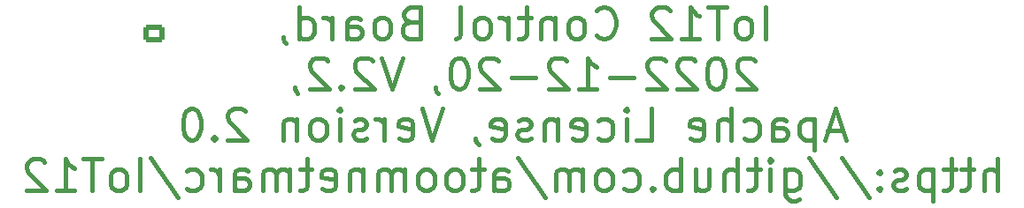
<source format=gbo>
G04 #@! TF.GenerationSoftware,KiCad,Pcbnew,7.0.2*
G04 #@! TF.CreationDate,2023-05-16T20:39:27+02:00*
G04 #@! TF.ProjectId,IoT12 Control Board,496f5431-3220-4436-9f6e-74726f6c2042,V2.2*
G04 #@! TF.SameCoordinates,Original*
G04 #@! TF.FileFunction,Legend,Bot*
G04 #@! TF.FilePolarity,Positive*
%FSLAX46Y46*%
G04 Gerber Fmt 4.6, Leading zero omitted, Abs format (unit mm)*
G04 Created by KiCad (PCBNEW 7.0.2) date 2023-05-16 20:39:27*
%MOMM*%
%LPD*%
G01*
G04 APERTURE LIST*
G04 Aperture macros list*
%AMRoundRect*
0 Rectangle with rounded corners*
0 $1 Rounding radius*
0 $2 $3 $4 $5 $6 $7 $8 $9 X,Y pos of 4 corners*
0 Add a 4 corners polygon primitive as box body*
4,1,4,$2,$3,$4,$5,$6,$7,$8,$9,$2,$3,0*
0 Add four circle primitives for the rounded corners*
1,1,$1+$1,$2,$3*
1,1,$1+$1,$4,$5*
1,1,$1+$1,$6,$7*
1,1,$1+$1,$8,$9*
0 Add four rect primitives between the rounded corners*
20,1,$1+$1,$2,$3,$4,$5,0*
20,1,$1+$1,$4,$5,$6,$7,0*
20,1,$1+$1,$6,$7,$8,$9,0*
20,1,$1+$1,$8,$9,$2,$3,0*%
G04 Aperture macros list end*
%ADD10C,0.450000*%
%ADD11C,1.524000*%
%ADD12C,0.800000*%
%ADD13C,6.400000*%
%ADD14R,1.700000X2.100000*%
%ADD15O,1.700000X2.100000*%
%ADD16RoundRect,0.250000X-0.725000X0.600000X-0.725000X-0.600000X0.725000X-0.600000X0.725000X0.600000X0*%
%ADD17O,1.950000X1.700000*%
%ADD18RoundRect,0.250000X-0.750000X0.600000X-0.750000X-0.600000X0.750000X-0.600000X0.750000X0.600000X0*%
%ADD19O,2.000000X1.700000*%
%ADD20RoundRect,0.250000X-0.600000X0.600000X-0.600000X-0.600000X0.600000X-0.600000X0.600000X0.600000X0*%
%ADD21C,1.700000*%
G04 APERTURE END LIST*
D10*
X170192857Y-98237857D02*
X170192857Y-95237857D01*
X168335714Y-98237857D02*
X168621429Y-98095000D01*
X168621429Y-98095000D02*
X168764286Y-97952142D01*
X168764286Y-97952142D02*
X168907143Y-97666428D01*
X168907143Y-97666428D02*
X168907143Y-96809285D01*
X168907143Y-96809285D02*
X168764286Y-96523571D01*
X168764286Y-96523571D02*
X168621429Y-96380714D01*
X168621429Y-96380714D02*
X168335714Y-96237857D01*
X168335714Y-96237857D02*
X167907143Y-96237857D01*
X167907143Y-96237857D02*
X167621429Y-96380714D01*
X167621429Y-96380714D02*
X167478572Y-96523571D01*
X167478572Y-96523571D02*
X167335714Y-96809285D01*
X167335714Y-96809285D02*
X167335714Y-97666428D01*
X167335714Y-97666428D02*
X167478572Y-97952142D01*
X167478572Y-97952142D02*
X167621429Y-98095000D01*
X167621429Y-98095000D02*
X167907143Y-98237857D01*
X167907143Y-98237857D02*
X168335714Y-98237857D01*
X166478571Y-95237857D02*
X164764286Y-95237857D01*
X165621428Y-98237857D02*
X165621428Y-95237857D01*
X162192857Y-98237857D02*
X163907143Y-98237857D01*
X163050000Y-98237857D02*
X163050000Y-95237857D01*
X163050000Y-95237857D02*
X163335714Y-95666428D01*
X163335714Y-95666428D02*
X163621429Y-95952142D01*
X163621429Y-95952142D02*
X163907143Y-96095000D01*
X161050000Y-95523571D02*
X160907143Y-95380714D01*
X160907143Y-95380714D02*
X160621429Y-95237857D01*
X160621429Y-95237857D02*
X159907143Y-95237857D01*
X159907143Y-95237857D02*
X159621429Y-95380714D01*
X159621429Y-95380714D02*
X159478571Y-95523571D01*
X159478571Y-95523571D02*
X159335714Y-95809285D01*
X159335714Y-95809285D02*
X159335714Y-96095000D01*
X159335714Y-96095000D02*
X159478571Y-96523571D01*
X159478571Y-96523571D02*
X161192857Y-98237857D01*
X161192857Y-98237857D02*
X159335714Y-98237857D01*
X154050000Y-97952142D02*
X154192857Y-98095000D01*
X154192857Y-98095000D02*
X154621429Y-98237857D01*
X154621429Y-98237857D02*
X154907143Y-98237857D01*
X154907143Y-98237857D02*
X155335714Y-98095000D01*
X155335714Y-98095000D02*
X155621429Y-97809285D01*
X155621429Y-97809285D02*
X155764286Y-97523571D01*
X155764286Y-97523571D02*
X155907143Y-96952142D01*
X155907143Y-96952142D02*
X155907143Y-96523571D01*
X155907143Y-96523571D02*
X155764286Y-95952142D01*
X155764286Y-95952142D02*
X155621429Y-95666428D01*
X155621429Y-95666428D02*
X155335714Y-95380714D01*
X155335714Y-95380714D02*
X154907143Y-95237857D01*
X154907143Y-95237857D02*
X154621429Y-95237857D01*
X154621429Y-95237857D02*
X154192857Y-95380714D01*
X154192857Y-95380714D02*
X154050000Y-95523571D01*
X152335714Y-98237857D02*
X152621429Y-98095000D01*
X152621429Y-98095000D02*
X152764286Y-97952142D01*
X152764286Y-97952142D02*
X152907143Y-97666428D01*
X152907143Y-97666428D02*
X152907143Y-96809285D01*
X152907143Y-96809285D02*
X152764286Y-96523571D01*
X152764286Y-96523571D02*
X152621429Y-96380714D01*
X152621429Y-96380714D02*
X152335714Y-96237857D01*
X152335714Y-96237857D02*
X151907143Y-96237857D01*
X151907143Y-96237857D02*
X151621429Y-96380714D01*
X151621429Y-96380714D02*
X151478572Y-96523571D01*
X151478572Y-96523571D02*
X151335714Y-96809285D01*
X151335714Y-96809285D02*
X151335714Y-97666428D01*
X151335714Y-97666428D02*
X151478572Y-97952142D01*
X151478572Y-97952142D02*
X151621429Y-98095000D01*
X151621429Y-98095000D02*
X151907143Y-98237857D01*
X151907143Y-98237857D02*
X152335714Y-98237857D01*
X150050000Y-96237857D02*
X150050000Y-98237857D01*
X150050000Y-96523571D02*
X149907143Y-96380714D01*
X149907143Y-96380714D02*
X149621428Y-96237857D01*
X149621428Y-96237857D02*
X149192857Y-96237857D01*
X149192857Y-96237857D02*
X148907143Y-96380714D01*
X148907143Y-96380714D02*
X148764286Y-96666428D01*
X148764286Y-96666428D02*
X148764286Y-98237857D01*
X147764285Y-96237857D02*
X146621428Y-96237857D01*
X147335714Y-95237857D02*
X147335714Y-97809285D01*
X147335714Y-97809285D02*
X147192857Y-98095000D01*
X147192857Y-98095000D02*
X146907142Y-98237857D01*
X146907142Y-98237857D02*
X146621428Y-98237857D01*
X145621428Y-98237857D02*
X145621428Y-96237857D01*
X145621428Y-96809285D02*
X145478571Y-96523571D01*
X145478571Y-96523571D02*
X145335714Y-96380714D01*
X145335714Y-96380714D02*
X145049999Y-96237857D01*
X145049999Y-96237857D02*
X144764285Y-96237857D01*
X143335713Y-98237857D02*
X143621428Y-98095000D01*
X143621428Y-98095000D02*
X143764285Y-97952142D01*
X143764285Y-97952142D02*
X143907142Y-97666428D01*
X143907142Y-97666428D02*
X143907142Y-96809285D01*
X143907142Y-96809285D02*
X143764285Y-96523571D01*
X143764285Y-96523571D02*
X143621428Y-96380714D01*
X143621428Y-96380714D02*
X143335713Y-96237857D01*
X143335713Y-96237857D02*
X142907142Y-96237857D01*
X142907142Y-96237857D02*
X142621428Y-96380714D01*
X142621428Y-96380714D02*
X142478571Y-96523571D01*
X142478571Y-96523571D02*
X142335713Y-96809285D01*
X142335713Y-96809285D02*
X142335713Y-97666428D01*
X142335713Y-97666428D02*
X142478571Y-97952142D01*
X142478571Y-97952142D02*
X142621428Y-98095000D01*
X142621428Y-98095000D02*
X142907142Y-98237857D01*
X142907142Y-98237857D02*
X143335713Y-98237857D01*
X140621427Y-98237857D02*
X140907142Y-98095000D01*
X140907142Y-98095000D02*
X141049999Y-97809285D01*
X141049999Y-97809285D02*
X141049999Y-95237857D01*
X136192856Y-96666428D02*
X135764284Y-96809285D01*
X135764284Y-96809285D02*
X135621427Y-96952142D01*
X135621427Y-96952142D02*
X135478570Y-97237857D01*
X135478570Y-97237857D02*
X135478570Y-97666428D01*
X135478570Y-97666428D02*
X135621427Y-97952142D01*
X135621427Y-97952142D02*
X135764284Y-98095000D01*
X135764284Y-98095000D02*
X136049999Y-98237857D01*
X136049999Y-98237857D02*
X137192856Y-98237857D01*
X137192856Y-98237857D02*
X137192856Y-95237857D01*
X137192856Y-95237857D02*
X136192856Y-95237857D01*
X136192856Y-95237857D02*
X135907142Y-95380714D01*
X135907142Y-95380714D02*
X135764284Y-95523571D01*
X135764284Y-95523571D02*
X135621427Y-95809285D01*
X135621427Y-95809285D02*
X135621427Y-96095000D01*
X135621427Y-96095000D02*
X135764284Y-96380714D01*
X135764284Y-96380714D02*
X135907142Y-96523571D01*
X135907142Y-96523571D02*
X136192856Y-96666428D01*
X136192856Y-96666428D02*
X137192856Y-96666428D01*
X133764284Y-98237857D02*
X134049999Y-98095000D01*
X134049999Y-98095000D02*
X134192856Y-97952142D01*
X134192856Y-97952142D02*
X134335713Y-97666428D01*
X134335713Y-97666428D02*
X134335713Y-96809285D01*
X134335713Y-96809285D02*
X134192856Y-96523571D01*
X134192856Y-96523571D02*
X134049999Y-96380714D01*
X134049999Y-96380714D02*
X133764284Y-96237857D01*
X133764284Y-96237857D02*
X133335713Y-96237857D01*
X133335713Y-96237857D02*
X133049999Y-96380714D01*
X133049999Y-96380714D02*
X132907142Y-96523571D01*
X132907142Y-96523571D02*
X132764284Y-96809285D01*
X132764284Y-96809285D02*
X132764284Y-97666428D01*
X132764284Y-97666428D02*
X132907142Y-97952142D01*
X132907142Y-97952142D02*
X133049999Y-98095000D01*
X133049999Y-98095000D02*
X133335713Y-98237857D01*
X133335713Y-98237857D02*
X133764284Y-98237857D01*
X130192856Y-98237857D02*
X130192856Y-96666428D01*
X130192856Y-96666428D02*
X130335713Y-96380714D01*
X130335713Y-96380714D02*
X130621427Y-96237857D01*
X130621427Y-96237857D02*
X131192856Y-96237857D01*
X131192856Y-96237857D02*
X131478570Y-96380714D01*
X130192856Y-98095000D02*
X130478570Y-98237857D01*
X130478570Y-98237857D02*
X131192856Y-98237857D01*
X131192856Y-98237857D02*
X131478570Y-98095000D01*
X131478570Y-98095000D02*
X131621427Y-97809285D01*
X131621427Y-97809285D02*
X131621427Y-97523571D01*
X131621427Y-97523571D02*
X131478570Y-97237857D01*
X131478570Y-97237857D02*
X131192856Y-97095000D01*
X131192856Y-97095000D02*
X130478570Y-97095000D01*
X130478570Y-97095000D02*
X130192856Y-96952142D01*
X128764284Y-98237857D02*
X128764284Y-96237857D01*
X128764284Y-96809285D02*
X128621427Y-96523571D01*
X128621427Y-96523571D02*
X128478570Y-96380714D01*
X128478570Y-96380714D02*
X128192855Y-96237857D01*
X128192855Y-96237857D02*
X127907141Y-96237857D01*
X125621427Y-98237857D02*
X125621427Y-95237857D01*
X125621427Y-98095000D02*
X125907141Y-98237857D01*
X125907141Y-98237857D02*
X126478569Y-98237857D01*
X126478569Y-98237857D02*
X126764284Y-98095000D01*
X126764284Y-98095000D02*
X126907141Y-97952142D01*
X126907141Y-97952142D02*
X127049998Y-97666428D01*
X127049998Y-97666428D02*
X127049998Y-96809285D01*
X127049998Y-96809285D02*
X126907141Y-96523571D01*
X126907141Y-96523571D02*
X126764284Y-96380714D01*
X126764284Y-96380714D02*
X126478569Y-96237857D01*
X126478569Y-96237857D02*
X125907141Y-96237857D01*
X125907141Y-96237857D02*
X125621427Y-96380714D01*
X124049998Y-98095000D02*
X124049998Y-98237857D01*
X124049998Y-98237857D02*
X124192855Y-98523571D01*
X124192855Y-98523571D02*
X124335712Y-98666428D01*
X169192857Y-100383571D02*
X169050000Y-100240714D01*
X169050000Y-100240714D02*
X168764286Y-100097857D01*
X168764286Y-100097857D02*
X168050000Y-100097857D01*
X168050000Y-100097857D02*
X167764286Y-100240714D01*
X167764286Y-100240714D02*
X167621428Y-100383571D01*
X167621428Y-100383571D02*
X167478571Y-100669285D01*
X167478571Y-100669285D02*
X167478571Y-100955000D01*
X167478571Y-100955000D02*
X167621428Y-101383571D01*
X167621428Y-101383571D02*
X169335714Y-103097857D01*
X169335714Y-103097857D02*
X167478571Y-103097857D01*
X165621428Y-100097857D02*
X165335714Y-100097857D01*
X165335714Y-100097857D02*
X165050000Y-100240714D01*
X165050000Y-100240714D02*
X164907143Y-100383571D01*
X164907143Y-100383571D02*
X164764285Y-100669285D01*
X164764285Y-100669285D02*
X164621428Y-101240714D01*
X164621428Y-101240714D02*
X164621428Y-101955000D01*
X164621428Y-101955000D02*
X164764285Y-102526428D01*
X164764285Y-102526428D02*
X164907143Y-102812142D01*
X164907143Y-102812142D02*
X165050000Y-102955000D01*
X165050000Y-102955000D02*
X165335714Y-103097857D01*
X165335714Y-103097857D02*
X165621428Y-103097857D01*
X165621428Y-103097857D02*
X165907143Y-102955000D01*
X165907143Y-102955000D02*
X166050000Y-102812142D01*
X166050000Y-102812142D02*
X166192857Y-102526428D01*
X166192857Y-102526428D02*
X166335714Y-101955000D01*
X166335714Y-101955000D02*
X166335714Y-101240714D01*
X166335714Y-101240714D02*
X166192857Y-100669285D01*
X166192857Y-100669285D02*
X166050000Y-100383571D01*
X166050000Y-100383571D02*
X165907143Y-100240714D01*
X165907143Y-100240714D02*
X165621428Y-100097857D01*
X163478571Y-100383571D02*
X163335714Y-100240714D01*
X163335714Y-100240714D02*
X163050000Y-100097857D01*
X163050000Y-100097857D02*
X162335714Y-100097857D01*
X162335714Y-100097857D02*
X162050000Y-100240714D01*
X162050000Y-100240714D02*
X161907142Y-100383571D01*
X161907142Y-100383571D02*
X161764285Y-100669285D01*
X161764285Y-100669285D02*
X161764285Y-100955000D01*
X161764285Y-100955000D02*
X161907142Y-101383571D01*
X161907142Y-101383571D02*
X163621428Y-103097857D01*
X163621428Y-103097857D02*
X161764285Y-103097857D01*
X160621428Y-100383571D02*
X160478571Y-100240714D01*
X160478571Y-100240714D02*
X160192857Y-100097857D01*
X160192857Y-100097857D02*
X159478571Y-100097857D01*
X159478571Y-100097857D02*
X159192857Y-100240714D01*
X159192857Y-100240714D02*
X159049999Y-100383571D01*
X159049999Y-100383571D02*
X158907142Y-100669285D01*
X158907142Y-100669285D02*
X158907142Y-100955000D01*
X158907142Y-100955000D02*
X159049999Y-101383571D01*
X159049999Y-101383571D02*
X160764285Y-103097857D01*
X160764285Y-103097857D02*
X158907142Y-103097857D01*
X157621428Y-101955000D02*
X155335714Y-101955000D01*
X152335713Y-103097857D02*
X154049999Y-103097857D01*
X153192856Y-103097857D02*
X153192856Y-100097857D01*
X153192856Y-100097857D02*
X153478570Y-100526428D01*
X153478570Y-100526428D02*
X153764285Y-100812142D01*
X153764285Y-100812142D02*
X154049999Y-100955000D01*
X151192856Y-100383571D02*
X151049999Y-100240714D01*
X151049999Y-100240714D02*
X150764285Y-100097857D01*
X150764285Y-100097857D02*
X150049999Y-100097857D01*
X150049999Y-100097857D02*
X149764285Y-100240714D01*
X149764285Y-100240714D02*
X149621427Y-100383571D01*
X149621427Y-100383571D02*
X149478570Y-100669285D01*
X149478570Y-100669285D02*
X149478570Y-100955000D01*
X149478570Y-100955000D02*
X149621427Y-101383571D01*
X149621427Y-101383571D02*
X151335713Y-103097857D01*
X151335713Y-103097857D02*
X149478570Y-103097857D01*
X148192856Y-101955000D02*
X145907142Y-101955000D01*
X144621427Y-100383571D02*
X144478570Y-100240714D01*
X144478570Y-100240714D02*
X144192856Y-100097857D01*
X144192856Y-100097857D02*
X143478570Y-100097857D01*
X143478570Y-100097857D02*
X143192856Y-100240714D01*
X143192856Y-100240714D02*
X143049998Y-100383571D01*
X143049998Y-100383571D02*
X142907141Y-100669285D01*
X142907141Y-100669285D02*
X142907141Y-100955000D01*
X142907141Y-100955000D02*
X143049998Y-101383571D01*
X143049998Y-101383571D02*
X144764284Y-103097857D01*
X144764284Y-103097857D02*
X142907141Y-103097857D01*
X141049998Y-100097857D02*
X140764284Y-100097857D01*
X140764284Y-100097857D02*
X140478570Y-100240714D01*
X140478570Y-100240714D02*
X140335713Y-100383571D01*
X140335713Y-100383571D02*
X140192855Y-100669285D01*
X140192855Y-100669285D02*
X140049998Y-101240714D01*
X140049998Y-101240714D02*
X140049998Y-101955000D01*
X140049998Y-101955000D02*
X140192855Y-102526428D01*
X140192855Y-102526428D02*
X140335713Y-102812142D01*
X140335713Y-102812142D02*
X140478570Y-102955000D01*
X140478570Y-102955000D02*
X140764284Y-103097857D01*
X140764284Y-103097857D02*
X141049998Y-103097857D01*
X141049998Y-103097857D02*
X141335713Y-102955000D01*
X141335713Y-102955000D02*
X141478570Y-102812142D01*
X141478570Y-102812142D02*
X141621427Y-102526428D01*
X141621427Y-102526428D02*
X141764284Y-101955000D01*
X141764284Y-101955000D02*
X141764284Y-101240714D01*
X141764284Y-101240714D02*
X141621427Y-100669285D01*
X141621427Y-100669285D02*
X141478570Y-100383571D01*
X141478570Y-100383571D02*
X141335713Y-100240714D01*
X141335713Y-100240714D02*
X141049998Y-100097857D01*
X138621427Y-102955000D02*
X138621427Y-103097857D01*
X138621427Y-103097857D02*
X138764284Y-103383571D01*
X138764284Y-103383571D02*
X138907141Y-103526428D01*
X135478570Y-100097857D02*
X134478570Y-103097857D01*
X134478570Y-103097857D02*
X133478570Y-100097857D01*
X132621427Y-100383571D02*
X132478570Y-100240714D01*
X132478570Y-100240714D02*
X132192856Y-100097857D01*
X132192856Y-100097857D02*
X131478570Y-100097857D01*
X131478570Y-100097857D02*
X131192856Y-100240714D01*
X131192856Y-100240714D02*
X131049998Y-100383571D01*
X131049998Y-100383571D02*
X130907141Y-100669285D01*
X130907141Y-100669285D02*
X130907141Y-100955000D01*
X130907141Y-100955000D02*
X131049998Y-101383571D01*
X131049998Y-101383571D02*
X132764284Y-103097857D01*
X132764284Y-103097857D02*
X130907141Y-103097857D01*
X129621427Y-102812142D02*
X129478570Y-102955000D01*
X129478570Y-102955000D02*
X129621427Y-103097857D01*
X129621427Y-103097857D02*
X129764284Y-102955000D01*
X129764284Y-102955000D02*
X129621427Y-102812142D01*
X129621427Y-102812142D02*
X129621427Y-103097857D01*
X128335713Y-100383571D02*
X128192856Y-100240714D01*
X128192856Y-100240714D02*
X127907142Y-100097857D01*
X127907142Y-100097857D02*
X127192856Y-100097857D01*
X127192856Y-100097857D02*
X126907142Y-100240714D01*
X126907142Y-100240714D02*
X126764284Y-100383571D01*
X126764284Y-100383571D02*
X126621427Y-100669285D01*
X126621427Y-100669285D02*
X126621427Y-100955000D01*
X126621427Y-100955000D02*
X126764284Y-101383571D01*
X126764284Y-101383571D02*
X128478570Y-103097857D01*
X128478570Y-103097857D02*
X126621427Y-103097857D01*
X125192856Y-102955000D02*
X125192856Y-103097857D01*
X125192856Y-103097857D02*
X125335713Y-103383571D01*
X125335713Y-103383571D02*
X125478570Y-103526428D01*
X177621429Y-107100714D02*
X176192858Y-107100714D01*
X177907143Y-107957857D02*
X176907143Y-104957857D01*
X176907143Y-104957857D02*
X175907143Y-107957857D01*
X174907143Y-105957857D02*
X174907143Y-108957857D01*
X174907143Y-106100714D02*
X174621429Y-105957857D01*
X174621429Y-105957857D02*
X174050000Y-105957857D01*
X174050000Y-105957857D02*
X173764286Y-106100714D01*
X173764286Y-106100714D02*
X173621429Y-106243571D01*
X173621429Y-106243571D02*
X173478571Y-106529285D01*
X173478571Y-106529285D02*
X173478571Y-107386428D01*
X173478571Y-107386428D02*
X173621429Y-107672142D01*
X173621429Y-107672142D02*
X173764286Y-107815000D01*
X173764286Y-107815000D02*
X174050000Y-107957857D01*
X174050000Y-107957857D02*
X174621429Y-107957857D01*
X174621429Y-107957857D02*
X174907143Y-107815000D01*
X170907143Y-107957857D02*
X170907143Y-106386428D01*
X170907143Y-106386428D02*
X171050000Y-106100714D01*
X171050000Y-106100714D02*
X171335714Y-105957857D01*
X171335714Y-105957857D02*
X171907143Y-105957857D01*
X171907143Y-105957857D02*
X172192857Y-106100714D01*
X170907143Y-107815000D02*
X171192857Y-107957857D01*
X171192857Y-107957857D02*
X171907143Y-107957857D01*
X171907143Y-107957857D02*
X172192857Y-107815000D01*
X172192857Y-107815000D02*
X172335714Y-107529285D01*
X172335714Y-107529285D02*
X172335714Y-107243571D01*
X172335714Y-107243571D02*
X172192857Y-106957857D01*
X172192857Y-106957857D02*
X171907143Y-106815000D01*
X171907143Y-106815000D02*
X171192857Y-106815000D01*
X171192857Y-106815000D02*
X170907143Y-106672142D01*
X168192857Y-107815000D02*
X168478571Y-107957857D01*
X168478571Y-107957857D02*
X169049999Y-107957857D01*
X169049999Y-107957857D02*
X169335714Y-107815000D01*
X169335714Y-107815000D02*
X169478571Y-107672142D01*
X169478571Y-107672142D02*
X169621428Y-107386428D01*
X169621428Y-107386428D02*
X169621428Y-106529285D01*
X169621428Y-106529285D02*
X169478571Y-106243571D01*
X169478571Y-106243571D02*
X169335714Y-106100714D01*
X169335714Y-106100714D02*
X169049999Y-105957857D01*
X169049999Y-105957857D02*
X168478571Y-105957857D01*
X168478571Y-105957857D02*
X168192857Y-106100714D01*
X166907142Y-107957857D02*
X166907142Y-104957857D01*
X165621428Y-107957857D02*
X165621428Y-106386428D01*
X165621428Y-106386428D02*
X165764285Y-106100714D01*
X165764285Y-106100714D02*
X166049999Y-105957857D01*
X166049999Y-105957857D02*
X166478570Y-105957857D01*
X166478570Y-105957857D02*
X166764285Y-106100714D01*
X166764285Y-106100714D02*
X166907142Y-106243571D01*
X163049999Y-107815000D02*
X163335713Y-107957857D01*
X163335713Y-107957857D02*
X163907142Y-107957857D01*
X163907142Y-107957857D02*
X164192856Y-107815000D01*
X164192856Y-107815000D02*
X164335713Y-107529285D01*
X164335713Y-107529285D02*
X164335713Y-106386428D01*
X164335713Y-106386428D02*
X164192856Y-106100714D01*
X164192856Y-106100714D02*
X163907142Y-105957857D01*
X163907142Y-105957857D02*
X163335713Y-105957857D01*
X163335713Y-105957857D02*
X163049999Y-106100714D01*
X163049999Y-106100714D02*
X162907142Y-106386428D01*
X162907142Y-106386428D02*
X162907142Y-106672142D01*
X162907142Y-106672142D02*
X164335713Y-106957857D01*
X157907141Y-107957857D02*
X159335713Y-107957857D01*
X159335713Y-107957857D02*
X159335713Y-104957857D01*
X156907142Y-107957857D02*
X156907142Y-105957857D01*
X156907142Y-104957857D02*
X157049999Y-105100714D01*
X157049999Y-105100714D02*
X156907142Y-105243571D01*
X156907142Y-105243571D02*
X156764285Y-105100714D01*
X156764285Y-105100714D02*
X156907142Y-104957857D01*
X156907142Y-104957857D02*
X156907142Y-105243571D01*
X154192857Y-107815000D02*
X154478571Y-107957857D01*
X154478571Y-107957857D02*
X155049999Y-107957857D01*
X155049999Y-107957857D02*
X155335714Y-107815000D01*
X155335714Y-107815000D02*
X155478571Y-107672142D01*
X155478571Y-107672142D02*
X155621428Y-107386428D01*
X155621428Y-107386428D02*
X155621428Y-106529285D01*
X155621428Y-106529285D02*
X155478571Y-106243571D01*
X155478571Y-106243571D02*
X155335714Y-106100714D01*
X155335714Y-106100714D02*
X155049999Y-105957857D01*
X155049999Y-105957857D02*
X154478571Y-105957857D01*
X154478571Y-105957857D02*
X154192857Y-106100714D01*
X151764285Y-107815000D02*
X152049999Y-107957857D01*
X152049999Y-107957857D02*
X152621428Y-107957857D01*
X152621428Y-107957857D02*
X152907142Y-107815000D01*
X152907142Y-107815000D02*
X153049999Y-107529285D01*
X153049999Y-107529285D02*
X153049999Y-106386428D01*
X153049999Y-106386428D02*
X152907142Y-106100714D01*
X152907142Y-106100714D02*
X152621428Y-105957857D01*
X152621428Y-105957857D02*
X152049999Y-105957857D01*
X152049999Y-105957857D02*
X151764285Y-106100714D01*
X151764285Y-106100714D02*
X151621428Y-106386428D01*
X151621428Y-106386428D02*
X151621428Y-106672142D01*
X151621428Y-106672142D02*
X153049999Y-106957857D01*
X150335713Y-105957857D02*
X150335713Y-107957857D01*
X150335713Y-106243571D02*
X150192856Y-106100714D01*
X150192856Y-106100714D02*
X149907141Y-105957857D01*
X149907141Y-105957857D02*
X149478570Y-105957857D01*
X149478570Y-105957857D02*
X149192856Y-106100714D01*
X149192856Y-106100714D02*
X149049999Y-106386428D01*
X149049999Y-106386428D02*
X149049999Y-107957857D01*
X147764284Y-107815000D02*
X147478570Y-107957857D01*
X147478570Y-107957857D02*
X146907141Y-107957857D01*
X146907141Y-107957857D02*
X146621427Y-107815000D01*
X146621427Y-107815000D02*
X146478570Y-107529285D01*
X146478570Y-107529285D02*
X146478570Y-107386428D01*
X146478570Y-107386428D02*
X146621427Y-107100714D01*
X146621427Y-107100714D02*
X146907141Y-106957857D01*
X146907141Y-106957857D02*
X147335713Y-106957857D01*
X147335713Y-106957857D02*
X147621427Y-106815000D01*
X147621427Y-106815000D02*
X147764284Y-106529285D01*
X147764284Y-106529285D02*
X147764284Y-106386428D01*
X147764284Y-106386428D02*
X147621427Y-106100714D01*
X147621427Y-106100714D02*
X147335713Y-105957857D01*
X147335713Y-105957857D02*
X146907141Y-105957857D01*
X146907141Y-105957857D02*
X146621427Y-106100714D01*
X144049999Y-107815000D02*
X144335713Y-107957857D01*
X144335713Y-107957857D02*
X144907142Y-107957857D01*
X144907142Y-107957857D02*
X145192856Y-107815000D01*
X145192856Y-107815000D02*
X145335713Y-107529285D01*
X145335713Y-107529285D02*
X145335713Y-106386428D01*
X145335713Y-106386428D02*
X145192856Y-106100714D01*
X145192856Y-106100714D02*
X144907142Y-105957857D01*
X144907142Y-105957857D02*
X144335713Y-105957857D01*
X144335713Y-105957857D02*
X144049999Y-106100714D01*
X144049999Y-106100714D02*
X143907142Y-106386428D01*
X143907142Y-106386428D02*
X143907142Y-106672142D01*
X143907142Y-106672142D02*
X145335713Y-106957857D01*
X142478570Y-107815000D02*
X142478570Y-107957857D01*
X142478570Y-107957857D02*
X142621427Y-108243571D01*
X142621427Y-108243571D02*
X142764284Y-108386428D01*
X139335713Y-104957857D02*
X138335713Y-107957857D01*
X138335713Y-107957857D02*
X137335713Y-104957857D01*
X135192856Y-107815000D02*
X135478570Y-107957857D01*
X135478570Y-107957857D02*
X136049999Y-107957857D01*
X136049999Y-107957857D02*
X136335713Y-107815000D01*
X136335713Y-107815000D02*
X136478570Y-107529285D01*
X136478570Y-107529285D02*
X136478570Y-106386428D01*
X136478570Y-106386428D02*
X136335713Y-106100714D01*
X136335713Y-106100714D02*
X136049999Y-105957857D01*
X136049999Y-105957857D02*
X135478570Y-105957857D01*
X135478570Y-105957857D02*
X135192856Y-106100714D01*
X135192856Y-106100714D02*
X135049999Y-106386428D01*
X135049999Y-106386428D02*
X135049999Y-106672142D01*
X135049999Y-106672142D02*
X136478570Y-106957857D01*
X133764284Y-107957857D02*
X133764284Y-105957857D01*
X133764284Y-106529285D02*
X133621427Y-106243571D01*
X133621427Y-106243571D02*
X133478570Y-106100714D01*
X133478570Y-106100714D02*
X133192855Y-105957857D01*
X133192855Y-105957857D02*
X132907141Y-105957857D01*
X132049998Y-107815000D02*
X131764284Y-107957857D01*
X131764284Y-107957857D02*
X131192855Y-107957857D01*
X131192855Y-107957857D02*
X130907141Y-107815000D01*
X130907141Y-107815000D02*
X130764284Y-107529285D01*
X130764284Y-107529285D02*
X130764284Y-107386428D01*
X130764284Y-107386428D02*
X130907141Y-107100714D01*
X130907141Y-107100714D02*
X131192855Y-106957857D01*
X131192855Y-106957857D02*
X131621427Y-106957857D01*
X131621427Y-106957857D02*
X131907141Y-106815000D01*
X131907141Y-106815000D02*
X132049998Y-106529285D01*
X132049998Y-106529285D02*
X132049998Y-106386428D01*
X132049998Y-106386428D02*
X131907141Y-106100714D01*
X131907141Y-106100714D02*
X131621427Y-105957857D01*
X131621427Y-105957857D02*
X131192855Y-105957857D01*
X131192855Y-105957857D02*
X130907141Y-106100714D01*
X129478570Y-107957857D02*
X129478570Y-105957857D01*
X129478570Y-104957857D02*
X129621427Y-105100714D01*
X129621427Y-105100714D02*
X129478570Y-105243571D01*
X129478570Y-105243571D02*
X129335713Y-105100714D01*
X129335713Y-105100714D02*
X129478570Y-104957857D01*
X129478570Y-104957857D02*
X129478570Y-105243571D01*
X127621427Y-107957857D02*
X127907142Y-107815000D01*
X127907142Y-107815000D02*
X128049999Y-107672142D01*
X128049999Y-107672142D02*
X128192856Y-107386428D01*
X128192856Y-107386428D02*
X128192856Y-106529285D01*
X128192856Y-106529285D02*
X128049999Y-106243571D01*
X128049999Y-106243571D02*
X127907142Y-106100714D01*
X127907142Y-106100714D02*
X127621427Y-105957857D01*
X127621427Y-105957857D02*
X127192856Y-105957857D01*
X127192856Y-105957857D02*
X126907142Y-106100714D01*
X126907142Y-106100714D02*
X126764285Y-106243571D01*
X126764285Y-106243571D02*
X126621427Y-106529285D01*
X126621427Y-106529285D02*
X126621427Y-107386428D01*
X126621427Y-107386428D02*
X126764285Y-107672142D01*
X126764285Y-107672142D02*
X126907142Y-107815000D01*
X126907142Y-107815000D02*
X127192856Y-107957857D01*
X127192856Y-107957857D02*
X127621427Y-107957857D01*
X125335713Y-105957857D02*
X125335713Y-107957857D01*
X125335713Y-106243571D02*
X125192856Y-106100714D01*
X125192856Y-106100714D02*
X124907141Y-105957857D01*
X124907141Y-105957857D02*
X124478570Y-105957857D01*
X124478570Y-105957857D02*
X124192856Y-106100714D01*
X124192856Y-106100714D02*
X124049999Y-106386428D01*
X124049999Y-106386428D02*
X124049999Y-107957857D01*
X120478570Y-105243571D02*
X120335713Y-105100714D01*
X120335713Y-105100714D02*
X120049999Y-104957857D01*
X120049999Y-104957857D02*
X119335713Y-104957857D01*
X119335713Y-104957857D02*
X119049999Y-105100714D01*
X119049999Y-105100714D02*
X118907141Y-105243571D01*
X118907141Y-105243571D02*
X118764284Y-105529285D01*
X118764284Y-105529285D02*
X118764284Y-105815000D01*
X118764284Y-105815000D02*
X118907141Y-106243571D01*
X118907141Y-106243571D02*
X120621427Y-107957857D01*
X120621427Y-107957857D02*
X118764284Y-107957857D01*
X117478570Y-107672142D02*
X117335713Y-107815000D01*
X117335713Y-107815000D02*
X117478570Y-107957857D01*
X117478570Y-107957857D02*
X117621427Y-107815000D01*
X117621427Y-107815000D02*
X117478570Y-107672142D01*
X117478570Y-107672142D02*
X117478570Y-107957857D01*
X115478570Y-104957857D02*
X115192856Y-104957857D01*
X115192856Y-104957857D02*
X114907142Y-105100714D01*
X114907142Y-105100714D02*
X114764285Y-105243571D01*
X114764285Y-105243571D02*
X114621427Y-105529285D01*
X114621427Y-105529285D02*
X114478570Y-106100714D01*
X114478570Y-106100714D02*
X114478570Y-106815000D01*
X114478570Y-106815000D02*
X114621427Y-107386428D01*
X114621427Y-107386428D02*
X114764285Y-107672142D01*
X114764285Y-107672142D02*
X114907142Y-107815000D01*
X114907142Y-107815000D02*
X115192856Y-107957857D01*
X115192856Y-107957857D02*
X115478570Y-107957857D01*
X115478570Y-107957857D02*
X115764285Y-107815000D01*
X115764285Y-107815000D02*
X115907142Y-107672142D01*
X115907142Y-107672142D02*
X116049999Y-107386428D01*
X116049999Y-107386428D02*
X116192856Y-106815000D01*
X116192856Y-106815000D02*
X116192856Y-106100714D01*
X116192856Y-106100714D02*
X116049999Y-105529285D01*
X116049999Y-105529285D02*
X115907142Y-105243571D01*
X115907142Y-105243571D02*
X115764285Y-105100714D01*
X115764285Y-105100714D02*
X115478570Y-104957857D01*
X192407144Y-112817857D02*
X192407144Y-109817857D01*
X191121430Y-112817857D02*
X191121430Y-111246428D01*
X191121430Y-111246428D02*
X191264287Y-110960714D01*
X191264287Y-110960714D02*
X191550001Y-110817857D01*
X191550001Y-110817857D02*
X191978572Y-110817857D01*
X191978572Y-110817857D02*
X192264287Y-110960714D01*
X192264287Y-110960714D02*
X192407144Y-111103571D01*
X190121429Y-110817857D02*
X188978572Y-110817857D01*
X189692858Y-109817857D02*
X189692858Y-112389285D01*
X189692858Y-112389285D02*
X189550001Y-112675000D01*
X189550001Y-112675000D02*
X189264286Y-112817857D01*
X189264286Y-112817857D02*
X188978572Y-112817857D01*
X188407143Y-110817857D02*
X187264286Y-110817857D01*
X187978572Y-109817857D02*
X187978572Y-112389285D01*
X187978572Y-112389285D02*
X187835715Y-112675000D01*
X187835715Y-112675000D02*
X187550000Y-112817857D01*
X187550000Y-112817857D02*
X187264286Y-112817857D01*
X186264286Y-110817857D02*
X186264286Y-113817857D01*
X186264286Y-110960714D02*
X185978572Y-110817857D01*
X185978572Y-110817857D02*
X185407143Y-110817857D01*
X185407143Y-110817857D02*
X185121429Y-110960714D01*
X185121429Y-110960714D02*
X184978572Y-111103571D01*
X184978572Y-111103571D02*
X184835714Y-111389285D01*
X184835714Y-111389285D02*
X184835714Y-112246428D01*
X184835714Y-112246428D02*
X184978572Y-112532142D01*
X184978572Y-112532142D02*
X185121429Y-112675000D01*
X185121429Y-112675000D02*
X185407143Y-112817857D01*
X185407143Y-112817857D02*
X185978572Y-112817857D01*
X185978572Y-112817857D02*
X186264286Y-112675000D01*
X183692857Y-112675000D02*
X183407143Y-112817857D01*
X183407143Y-112817857D02*
X182835714Y-112817857D01*
X182835714Y-112817857D02*
X182550000Y-112675000D01*
X182550000Y-112675000D02*
X182407143Y-112389285D01*
X182407143Y-112389285D02*
X182407143Y-112246428D01*
X182407143Y-112246428D02*
X182550000Y-111960714D01*
X182550000Y-111960714D02*
X182835714Y-111817857D01*
X182835714Y-111817857D02*
X183264286Y-111817857D01*
X183264286Y-111817857D02*
X183550000Y-111675000D01*
X183550000Y-111675000D02*
X183692857Y-111389285D01*
X183692857Y-111389285D02*
X183692857Y-111246428D01*
X183692857Y-111246428D02*
X183550000Y-110960714D01*
X183550000Y-110960714D02*
X183264286Y-110817857D01*
X183264286Y-110817857D02*
X182835714Y-110817857D01*
X182835714Y-110817857D02*
X182550000Y-110960714D01*
X181121429Y-112532142D02*
X180978572Y-112675000D01*
X180978572Y-112675000D02*
X181121429Y-112817857D01*
X181121429Y-112817857D02*
X181264286Y-112675000D01*
X181264286Y-112675000D02*
X181121429Y-112532142D01*
X181121429Y-112532142D02*
X181121429Y-112817857D01*
X181121429Y-110960714D02*
X180978572Y-111103571D01*
X180978572Y-111103571D02*
X181121429Y-111246428D01*
X181121429Y-111246428D02*
X181264286Y-111103571D01*
X181264286Y-111103571D02*
X181121429Y-110960714D01*
X181121429Y-110960714D02*
X181121429Y-111246428D01*
X177550001Y-109675000D02*
X180121429Y-113532142D01*
X174407144Y-109675000D02*
X176978572Y-113532142D01*
X172121430Y-110817857D02*
X172121430Y-113246428D01*
X172121430Y-113246428D02*
X172264287Y-113532142D01*
X172264287Y-113532142D02*
X172407144Y-113675000D01*
X172407144Y-113675000D02*
X172692858Y-113817857D01*
X172692858Y-113817857D02*
X173121430Y-113817857D01*
X173121430Y-113817857D02*
X173407144Y-113675000D01*
X172121430Y-112675000D02*
X172407144Y-112817857D01*
X172407144Y-112817857D02*
X172978572Y-112817857D01*
X172978572Y-112817857D02*
X173264287Y-112675000D01*
X173264287Y-112675000D02*
X173407144Y-112532142D01*
X173407144Y-112532142D02*
X173550001Y-112246428D01*
X173550001Y-112246428D02*
X173550001Y-111389285D01*
X173550001Y-111389285D02*
X173407144Y-111103571D01*
X173407144Y-111103571D02*
X173264287Y-110960714D01*
X173264287Y-110960714D02*
X172978572Y-110817857D01*
X172978572Y-110817857D02*
X172407144Y-110817857D01*
X172407144Y-110817857D02*
X172121430Y-110960714D01*
X170692858Y-112817857D02*
X170692858Y-110817857D01*
X170692858Y-109817857D02*
X170835715Y-109960714D01*
X170835715Y-109960714D02*
X170692858Y-110103571D01*
X170692858Y-110103571D02*
X170550001Y-109960714D01*
X170550001Y-109960714D02*
X170692858Y-109817857D01*
X170692858Y-109817857D02*
X170692858Y-110103571D01*
X169692858Y-110817857D02*
X168550001Y-110817857D01*
X169264287Y-109817857D02*
X169264287Y-112389285D01*
X169264287Y-112389285D02*
X169121430Y-112675000D01*
X169121430Y-112675000D02*
X168835715Y-112817857D01*
X168835715Y-112817857D02*
X168550001Y-112817857D01*
X167550001Y-112817857D02*
X167550001Y-109817857D01*
X166264287Y-112817857D02*
X166264287Y-111246428D01*
X166264287Y-111246428D02*
X166407144Y-110960714D01*
X166407144Y-110960714D02*
X166692858Y-110817857D01*
X166692858Y-110817857D02*
X167121429Y-110817857D01*
X167121429Y-110817857D02*
X167407144Y-110960714D01*
X167407144Y-110960714D02*
X167550001Y-111103571D01*
X163550001Y-110817857D02*
X163550001Y-112817857D01*
X164835715Y-110817857D02*
X164835715Y-112389285D01*
X164835715Y-112389285D02*
X164692858Y-112675000D01*
X164692858Y-112675000D02*
X164407143Y-112817857D01*
X164407143Y-112817857D02*
X163978572Y-112817857D01*
X163978572Y-112817857D02*
X163692858Y-112675000D01*
X163692858Y-112675000D02*
X163550001Y-112532142D01*
X162121429Y-112817857D02*
X162121429Y-109817857D01*
X162121429Y-110960714D02*
X161835715Y-110817857D01*
X161835715Y-110817857D02*
X161264286Y-110817857D01*
X161264286Y-110817857D02*
X160978572Y-110960714D01*
X160978572Y-110960714D02*
X160835715Y-111103571D01*
X160835715Y-111103571D02*
X160692857Y-111389285D01*
X160692857Y-111389285D02*
X160692857Y-112246428D01*
X160692857Y-112246428D02*
X160835715Y-112532142D01*
X160835715Y-112532142D02*
X160978572Y-112675000D01*
X160978572Y-112675000D02*
X161264286Y-112817857D01*
X161264286Y-112817857D02*
X161835715Y-112817857D01*
X161835715Y-112817857D02*
X162121429Y-112675000D01*
X159407143Y-112532142D02*
X159264286Y-112675000D01*
X159264286Y-112675000D02*
X159407143Y-112817857D01*
X159407143Y-112817857D02*
X159550000Y-112675000D01*
X159550000Y-112675000D02*
X159407143Y-112532142D01*
X159407143Y-112532142D02*
X159407143Y-112817857D01*
X156692858Y-112675000D02*
X156978572Y-112817857D01*
X156978572Y-112817857D02*
X157550000Y-112817857D01*
X157550000Y-112817857D02*
X157835715Y-112675000D01*
X157835715Y-112675000D02*
X157978572Y-112532142D01*
X157978572Y-112532142D02*
X158121429Y-112246428D01*
X158121429Y-112246428D02*
X158121429Y-111389285D01*
X158121429Y-111389285D02*
X157978572Y-111103571D01*
X157978572Y-111103571D02*
X157835715Y-110960714D01*
X157835715Y-110960714D02*
X157550000Y-110817857D01*
X157550000Y-110817857D02*
X156978572Y-110817857D01*
X156978572Y-110817857D02*
X156692858Y-110960714D01*
X154978571Y-112817857D02*
X155264286Y-112675000D01*
X155264286Y-112675000D02*
X155407143Y-112532142D01*
X155407143Y-112532142D02*
X155550000Y-112246428D01*
X155550000Y-112246428D02*
X155550000Y-111389285D01*
X155550000Y-111389285D02*
X155407143Y-111103571D01*
X155407143Y-111103571D02*
X155264286Y-110960714D01*
X155264286Y-110960714D02*
X154978571Y-110817857D01*
X154978571Y-110817857D02*
X154550000Y-110817857D01*
X154550000Y-110817857D02*
X154264286Y-110960714D01*
X154264286Y-110960714D02*
X154121429Y-111103571D01*
X154121429Y-111103571D02*
X153978571Y-111389285D01*
X153978571Y-111389285D02*
X153978571Y-112246428D01*
X153978571Y-112246428D02*
X154121429Y-112532142D01*
X154121429Y-112532142D02*
X154264286Y-112675000D01*
X154264286Y-112675000D02*
X154550000Y-112817857D01*
X154550000Y-112817857D02*
X154978571Y-112817857D01*
X152692857Y-112817857D02*
X152692857Y-110817857D01*
X152692857Y-111103571D02*
X152550000Y-110960714D01*
X152550000Y-110960714D02*
X152264285Y-110817857D01*
X152264285Y-110817857D02*
X151835714Y-110817857D01*
X151835714Y-110817857D02*
X151550000Y-110960714D01*
X151550000Y-110960714D02*
X151407143Y-111246428D01*
X151407143Y-111246428D02*
X151407143Y-112817857D01*
X151407143Y-111246428D02*
X151264285Y-110960714D01*
X151264285Y-110960714D02*
X150978571Y-110817857D01*
X150978571Y-110817857D02*
X150550000Y-110817857D01*
X150550000Y-110817857D02*
X150264285Y-110960714D01*
X150264285Y-110960714D02*
X150121428Y-111246428D01*
X150121428Y-111246428D02*
X150121428Y-112817857D01*
X146550000Y-109675000D02*
X149121428Y-113532142D01*
X144264286Y-112817857D02*
X144264286Y-111246428D01*
X144264286Y-111246428D02*
X144407143Y-110960714D01*
X144407143Y-110960714D02*
X144692857Y-110817857D01*
X144692857Y-110817857D02*
X145264286Y-110817857D01*
X145264286Y-110817857D02*
X145550000Y-110960714D01*
X144264286Y-112675000D02*
X144550000Y-112817857D01*
X144550000Y-112817857D02*
X145264286Y-112817857D01*
X145264286Y-112817857D02*
X145550000Y-112675000D01*
X145550000Y-112675000D02*
X145692857Y-112389285D01*
X145692857Y-112389285D02*
X145692857Y-112103571D01*
X145692857Y-112103571D02*
X145550000Y-111817857D01*
X145550000Y-111817857D02*
X145264286Y-111675000D01*
X145264286Y-111675000D02*
X144550000Y-111675000D01*
X144550000Y-111675000D02*
X144264286Y-111532142D01*
X143264285Y-110817857D02*
X142121428Y-110817857D01*
X142835714Y-109817857D02*
X142835714Y-112389285D01*
X142835714Y-112389285D02*
X142692857Y-112675000D01*
X142692857Y-112675000D02*
X142407142Y-112817857D01*
X142407142Y-112817857D02*
X142121428Y-112817857D01*
X140692856Y-112817857D02*
X140978571Y-112675000D01*
X140978571Y-112675000D02*
X141121428Y-112532142D01*
X141121428Y-112532142D02*
X141264285Y-112246428D01*
X141264285Y-112246428D02*
X141264285Y-111389285D01*
X141264285Y-111389285D02*
X141121428Y-111103571D01*
X141121428Y-111103571D02*
X140978571Y-110960714D01*
X140978571Y-110960714D02*
X140692856Y-110817857D01*
X140692856Y-110817857D02*
X140264285Y-110817857D01*
X140264285Y-110817857D02*
X139978571Y-110960714D01*
X139978571Y-110960714D02*
X139835714Y-111103571D01*
X139835714Y-111103571D02*
X139692856Y-111389285D01*
X139692856Y-111389285D02*
X139692856Y-112246428D01*
X139692856Y-112246428D02*
X139835714Y-112532142D01*
X139835714Y-112532142D02*
X139978571Y-112675000D01*
X139978571Y-112675000D02*
X140264285Y-112817857D01*
X140264285Y-112817857D02*
X140692856Y-112817857D01*
X137978570Y-112817857D02*
X138264285Y-112675000D01*
X138264285Y-112675000D02*
X138407142Y-112532142D01*
X138407142Y-112532142D02*
X138549999Y-112246428D01*
X138549999Y-112246428D02*
X138549999Y-111389285D01*
X138549999Y-111389285D02*
X138407142Y-111103571D01*
X138407142Y-111103571D02*
X138264285Y-110960714D01*
X138264285Y-110960714D02*
X137978570Y-110817857D01*
X137978570Y-110817857D02*
X137549999Y-110817857D01*
X137549999Y-110817857D02*
X137264285Y-110960714D01*
X137264285Y-110960714D02*
X137121428Y-111103571D01*
X137121428Y-111103571D02*
X136978570Y-111389285D01*
X136978570Y-111389285D02*
X136978570Y-112246428D01*
X136978570Y-112246428D02*
X137121428Y-112532142D01*
X137121428Y-112532142D02*
X137264285Y-112675000D01*
X137264285Y-112675000D02*
X137549999Y-112817857D01*
X137549999Y-112817857D02*
X137978570Y-112817857D01*
X135692856Y-112817857D02*
X135692856Y-110817857D01*
X135692856Y-111103571D02*
X135549999Y-110960714D01*
X135549999Y-110960714D02*
X135264284Y-110817857D01*
X135264284Y-110817857D02*
X134835713Y-110817857D01*
X134835713Y-110817857D02*
X134549999Y-110960714D01*
X134549999Y-110960714D02*
X134407142Y-111246428D01*
X134407142Y-111246428D02*
X134407142Y-112817857D01*
X134407142Y-111246428D02*
X134264284Y-110960714D01*
X134264284Y-110960714D02*
X133978570Y-110817857D01*
X133978570Y-110817857D02*
X133549999Y-110817857D01*
X133549999Y-110817857D02*
X133264284Y-110960714D01*
X133264284Y-110960714D02*
X133121427Y-111246428D01*
X133121427Y-111246428D02*
X133121427Y-112817857D01*
X131692856Y-110817857D02*
X131692856Y-112817857D01*
X131692856Y-111103571D02*
X131549999Y-110960714D01*
X131549999Y-110960714D02*
X131264284Y-110817857D01*
X131264284Y-110817857D02*
X130835713Y-110817857D01*
X130835713Y-110817857D02*
X130549999Y-110960714D01*
X130549999Y-110960714D02*
X130407142Y-111246428D01*
X130407142Y-111246428D02*
X130407142Y-112817857D01*
X127835713Y-112675000D02*
X128121427Y-112817857D01*
X128121427Y-112817857D02*
X128692856Y-112817857D01*
X128692856Y-112817857D02*
X128978570Y-112675000D01*
X128978570Y-112675000D02*
X129121427Y-112389285D01*
X129121427Y-112389285D02*
X129121427Y-111246428D01*
X129121427Y-111246428D02*
X128978570Y-110960714D01*
X128978570Y-110960714D02*
X128692856Y-110817857D01*
X128692856Y-110817857D02*
X128121427Y-110817857D01*
X128121427Y-110817857D02*
X127835713Y-110960714D01*
X127835713Y-110960714D02*
X127692856Y-111246428D01*
X127692856Y-111246428D02*
X127692856Y-111532142D01*
X127692856Y-111532142D02*
X129121427Y-111817857D01*
X126835712Y-110817857D02*
X125692855Y-110817857D01*
X126407141Y-109817857D02*
X126407141Y-112389285D01*
X126407141Y-112389285D02*
X126264284Y-112675000D01*
X126264284Y-112675000D02*
X125978569Y-112817857D01*
X125978569Y-112817857D02*
X125692855Y-112817857D01*
X124692855Y-112817857D02*
X124692855Y-110817857D01*
X124692855Y-111103571D02*
X124549998Y-110960714D01*
X124549998Y-110960714D02*
X124264283Y-110817857D01*
X124264283Y-110817857D02*
X123835712Y-110817857D01*
X123835712Y-110817857D02*
X123549998Y-110960714D01*
X123549998Y-110960714D02*
X123407141Y-111246428D01*
X123407141Y-111246428D02*
X123407141Y-112817857D01*
X123407141Y-111246428D02*
X123264283Y-110960714D01*
X123264283Y-110960714D02*
X122978569Y-110817857D01*
X122978569Y-110817857D02*
X122549998Y-110817857D01*
X122549998Y-110817857D02*
X122264283Y-110960714D01*
X122264283Y-110960714D02*
X122121426Y-111246428D01*
X122121426Y-111246428D02*
X122121426Y-112817857D01*
X119407141Y-112817857D02*
X119407141Y-111246428D01*
X119407141Y-111246428D02*
X119549998Y-110960714D01*
X119549998Y-110960714D02*
X119835712Y-110817857D01*
X119835712Y-110817857D02*
X120407141Y-110817857D01*
X120407141Y-110817857D02*
X120692855Y-110960714D01*
X119407141Y-112675000D02*
X119692855Y-112817857D01*
X119692855Y-112817857D02*
X120407141Y-112817857D01*
X120407141Y-112817857D02*
X120692855Y-112675000D01*
X120692855Y-112675000D02*
X120835712Y-112389285D01*
X120835712Y-112389285D02*
X120835712Y-112103571D01*
X120835712Y-112103571D02*
X120692855Y-111817857D01*
X120692855Y-111817857D02*
X120407141Y-111675000D01*
X120407141Y-111675000D02*
X119692855Y-111675000D01*
X119692855Y-111675000D02*
X119407141Y-111532142D01*
X117978569Y-112817857D02*
X117978569Y-110817857D01*
X117978569Y-111389285D02*
X117835712Y-111103571D01*
X117835712Y-111103571D02*
X117692855Y-110960714D01*
X117692855Y-110960714D02*
X117407140Y-110817857D01*
X117407140Y-110817857D02*
X117121426Y-110817857D01*
X114835712Y-112675000D02*
X115121426Y-112817857D01*
X115121426Y-112817857D02*
X115692854Y-112817857D01*
X115692854Y-112817857D02*
X115978569Y-112675000D01*
X115978569Y-112675000D02*
X116121426Y-112532142D01*
X116121426Y-112532142D02*
X116264283Y-112246428D01*
X116264283Y-112246428D02*
X116264283Y-111389285D01*
X116264283Y-111389285D02*
X116121426Y-111103571D01*
X116121426Y-111103571D02*
X115978569Y-110960714D01*
X115978569Y-110960714D02*
X115692854Y-110817857D01*
X115692854Y-110817857D02*
X115121426Y-110817857D01*
X115121426Y-110817857D02*
X114835712Y-110960714D01*
X111407140Y-109675000D02*
X113978568Y-113532142D01*
X110407140Y-112817857D02*
X110407140Y-109817857D01*
X108549997Y-112817857D02*
X108835712Y-112675000D01*
X108835712Y-112675000D02*
X108978569Y-112532142D01*
X108978569Y-112532142D02*
X109121426Y-112246428D01*
X109121426Y-112246428D02*
X109121426Y-111389285D01*
X109121426Y-111389285D02*
X108978569Y-111103571D01*
X108978569Y-111103571D02*
X108835712Y-110960714D01*
X108835712Y-110960714D02*
X108549997Y-110817857D01*
X108549997Y-110817857D02*
X108121426Y-110817857D01*
X108121426Y-110817857D02*
X107835712Y-110960714D01*
X107835712Y-110960714D02*
X107692855Y-111103571D01*
X107692855Y-111103571D02*
X107549997Y-111389285D01*
X107549997Y-111389285D02*
X107549997Y-112246428D01*
X107549997Y-112246428D02*
X107692855Y-112532142D01*
X107692855Y-112532142D02*
X107835712Y-112675000D01*
X107835712Y-112675000D02*
X108121426Y-112817857D01*
X108121426Y-112817857D02*
X108549997Y-112817857D01*
X106692854Y-109817857D02*
X104978569Y-109817857D01*
X105835711Y-112817857D02*
X105835711Y-109817857D01*
X102407140Y-112817857D02*
X104121426Y-112817857D01*
X103264283Y-112817857D02*
X103264283Y-109817857D01*
X103264283Y-109817857D02*
X103549997Y-110246428D01*
X103549997Y-110246428D02*
X103835712Y-110532142D01*
X103835712Y-110532142D02*
X104121426Y-110675000D01*
X101264283Y-110103571D02*
X101121426Y-109960714D01*
X101121426Y-109960714D02*
X100835712Y-109817857D01*
X100835712Y-109817857D02*
X100121426Y-109817857D01*
X100121426Y-109817857D02*
X99835712Y-109960714D01*
X99835712Y-109960714D02*
X99692854Y-110103571D01*
X99692854Y-110103571D02*
X99549997Y-110389285D01*
X99549997Y-110389285D02*
X99549997Y-110675000D01*
X99549997Y-110675000D02*
X99692854Y-111103571D01*
X99692854Y-111103571D02*
X101407140Y-112817857D01*
X101407140Y-112817857D02*
X99549997Y-112817857D01*
%LPC*%
D11*
X134620000Y-93980000D03*
X134620000Y-91440000D03*
X134620000Y-88900000D03*
X134620000Y-86360000D03*
X134620000Y-83820000D03*
X134620000Y-81280000D03*
X134620000Y-78740000D03*
X121750000Y-88110000D03*
X121750000Y-84610000D03*
D12*
X190500000Y-124600000D03*
X192197056Y-128697056D03*
X192197056Y-125302944D03*
X192900000Y-127000000D03*
D13*
X190500000Y-127000000D03*
D12*
X190500000Y-129400000D03*
X188802944Y-125302944D03*
X188802944Y-128697056D03*
X188100000Y-127000000D03*
X190500000Y-64910000D03*
X192197056Y-69007056D03*
X192197056Y-65612944D03*
X192900000Y-67310000D03*
D13*
X190500000Y-67310000D03*
D12*
X190500000Y-69710000D03*
X188802944Y-65612944D03*
X188802944Y-69007056D03*
X188100000Y-67310000D03*
X101600000Y-124600000D03*
X103297056Y-128697056D03*
X103297056Y-125302944D03*
X104000000Y-127000000D03*
D13*
X101600000Y-127000000D03*
D12*
X101600000Y-129400000D03*
X99902944Y-125302944D03*
X99902944Y-128697056D03*
X99200000Y-127000000D03*
X101600000Y-64910000D03*
X103297056Y-69007056D03*
X103297056Y-65612944D03*
X104000000Y-67310000D03*
D13*
X101600000Y-67310000D03*
D12*
X101600000Y-69710000D03*
X99902944Y-65612944D03*
X99902944Y-69007056D03*
X99200000Y-67310000D03*
D14*
X187960000Y-91440000D03*
D15*
X185420000Y-91440000D03*
X182880000Y-91440000D03*
X180340000Y-91440000D03*
X177800000Y-91440000D03*
X175260000Y-91440000D03*
X172720000Y-91440000D03*
X170180000Y-91440000D03*
X167640000Y-91440000D03*
X165100000Y-91440000D03*
X162560000Y-91440000D03*
X160020000Y-91440000D03*
X157480000Y-91440000D03*
X154940000Y-91440000D03*
X152400000Y-91440000D03*
X149860000Y-91440000D03*
X147320000Y-91440000D03*
X144780000Y-91440000D03*
X142240000Y-91440000D03*
X142240000Y-116840000D03*
X144780000Y-116840000D03*
X147320000Y-116840000D03*
X149860000Y-116840000D03*
X152400000Y-116840000D03*
X154940000Y-116840000D03*
X157480000Y-116840000D03*
X160020000Y-116840000D03*
X162560000Y-116840000D03*
X165100000Y-116840000D03*
X167640000Y-116840000D03*
X170180000Y-116840000D03*
X172720000Y-116840000D03*
X175260000Y-116840000D03*
X177800000Y-116840000D03*
X180340000Y-116840000D03*
X182880000Y-116840000D03*
X185420000Y-116840000D03*
X187960000Y-116840000D03*
D16*
X111760000Y-97790000D03*
D17*
X111760000Y-100290000D03*
X111760000Y-102790000D03*
X111760000Y-105290000D03*
X111760000Y-107790000D03*
D18*
X111760000Y-87630000D03*
D19*
X111760000Y-90130000D03*
D14*
X147320000Y-85090000D03*
D15*
X149860000Y-85090000D03*
X152400000Y-85090000D03*
X154940000Y-85090000D03*
X157480000Y-85090000D03*
X160020000Y-85090000D03*
X162560000Y-85090000D03*
X165100000Y-85090000D03*
X167640000Y-85090000D03*
X170180000Y-85090000D03*
X172720000Y-85090000D03*
X175260000Y-85090000D03*
X177800000Y-85090000D03*
X180340000Y-85090000D03*
X180340000Y-64770000D03*
X177800000Y-64770000D03*
X175260000Y-64770000D03*
X172720000Y-64770000D03*
X170180000Y-64770000D03*
X167640000Y-64770000D03*
X165100000Y-64770000D03*
X162560000Y-64770000D03*
X160020000Y-64770000D03*
X157480000Y-64770000D03*
X154940000Y-64770000D03*
X152400000Y-64770000D03*
X149860000Y-64770000D03*
X147320000Y-64770000D03*
X144780000Y-64770000D03*
X142240000Y-64770000D03*
X139700000Y-64770000D03*
X137160000Y-64770000D03*
D16*
X111760000Y-67310000D03*
D17*
X111760000Y-69810000D03*
X111760000Y-72310000D03*
X111760000Y-74810000D03*
X111760000Y-77310000D03*
X111760000Y-79810000D03*
D20*
X165100000Y-123707500D03*
D21*
X165100000Y-126247500D03*
X162560000Y-123707500D03*
X162560000Y-126247500D03*
X160020000Y-123707500D03*
X160020000Y-126247500D03*
X157480000Y-123707500D03*
X157480000Y-126247500D03*
X154940000Y-123707500D03*
X154940000Y-126247500D03*
X152400000Y-123707500D03*
X152400000Y-126247500D03*
X149860000Y-123707500D03*
X149860000Y-126247500D03*
D16*
X111760000Y-115570000D03*
D17*
X111760000Y-118070000D03*
X111760000Y-120570000D03*
X111760000Y-123070000D03*
%LPD*%
M02*

</source>
